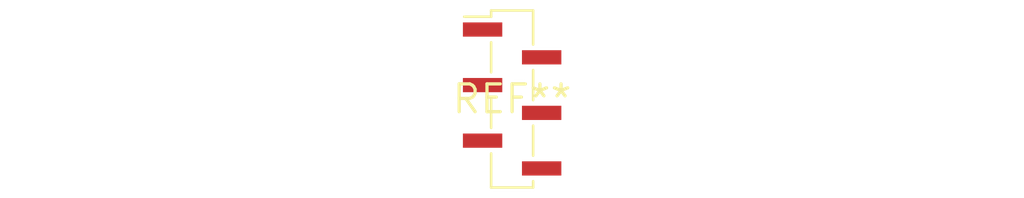
<source format=kicad_pcb>
(kicad_pcb (version 20240108) (generator pcbnew)
  (layers (0 "F.Cu" signal) (31 "B.Cu" signal) (34 "B.Paste" user) (35 "F.Paste" user) (36 "B.SilkS" user "B.Silkscreen") (37 "F.SilkS" user "F.Silkscreen") (38 "B.Mask" user) (39 "F.Mask" user) (44 "Edge.Cuts" user))
  (net 0 "")
  (footprint "PinSocket_1x06_P1.27mm_Vertical_SMD_Pin1Left" (layer "F.Cu") (at 0 0)
    (property "Reference" "REF**")
    (property "Value" "PinSocket_1x06_P1.27mm_Vertical_SMD_Pin1Left")
    (fp_line (start -2.19 -3.76) (end -0.96 -3.76) (layer "F.SilkS") (stroke (width 0.12)))
    (fp_line (start -0.96 -4.045) (end -0.96 -3.76) (layer "F.SilkS") (stroke (width 0.12)))
    (fp_line (start -0.96 -4.045) (end 0.96 -4.045) (layer "F.SilkS") (stroke (width 0.12)))
    (fp_line (start -0.96 -2.59) (end -0.96 -1.22) (layer "F.SilkS") (stroke (width 0.12)))
    (fp_line (start -0.96 -0.05) (end -0.96 1.32) (layer "F.SilkS") (stroke (width 0.12)))
    (fp_line (start -0.96 2.49) (end -0.96 4.045) (layer "F.SilkS") (stroke (width 0.12)))
    (fp_line (start -0.96 4.045) (end 0.96 4.045) (layer "F.SilkS") (stroke (width 0.12)))
    (fp_line (start 0.96 -4.045) (end 0.96 -2.49) (layer "F.SilkS") (stroke (width 0.12)))
    (fp_line (start 0.96 -1.32) (end 0.96 0.05) (layer "F.SilkS") (stroke (width 0.12)))
    (fp_line (start 0.96 1.22) (end 0.96 2.59) (layer "F.SilkS") (stroke (width 0.12)))
    (fp_line (start 0.96 3.76) (end 0.96 4.045) (layer "F.SilkS") (stroke (width 0.12)))
    (pad "1" smd rect (at -1.35 -3.175) (size 1.8 0.65) (layers "F.Cu" "F.Paste" "F.Mask"))
    (pad "2" smd rect (at 1.35 -1.905) (size 1.8 0.65) (layers "F.Cu" "F.Paste" "F.Mask"))
    (pad "3" smd rect (at -1.35 -0.635) (size 1.8 0.65) (layers "F.Cu" "F.Paste" "F.Mask"))
    (pad "4" smd rect (at 1.35 0.635) (size 1.8 0.65) (layers "F.Cu" "F.Paste" "F.Mask"))
    (pad "5" smd rect (at -1.35 1.905) (size 1.8 0.65) (layers "F.Cu" "F.Paste" "F.Mask"))
    (pad "6" smd rect (at 1.35 3.175) (size 1.8 0.65) (layers "F.Cu" "F.Paste" "F.Mask"))
  )
)
</source>
